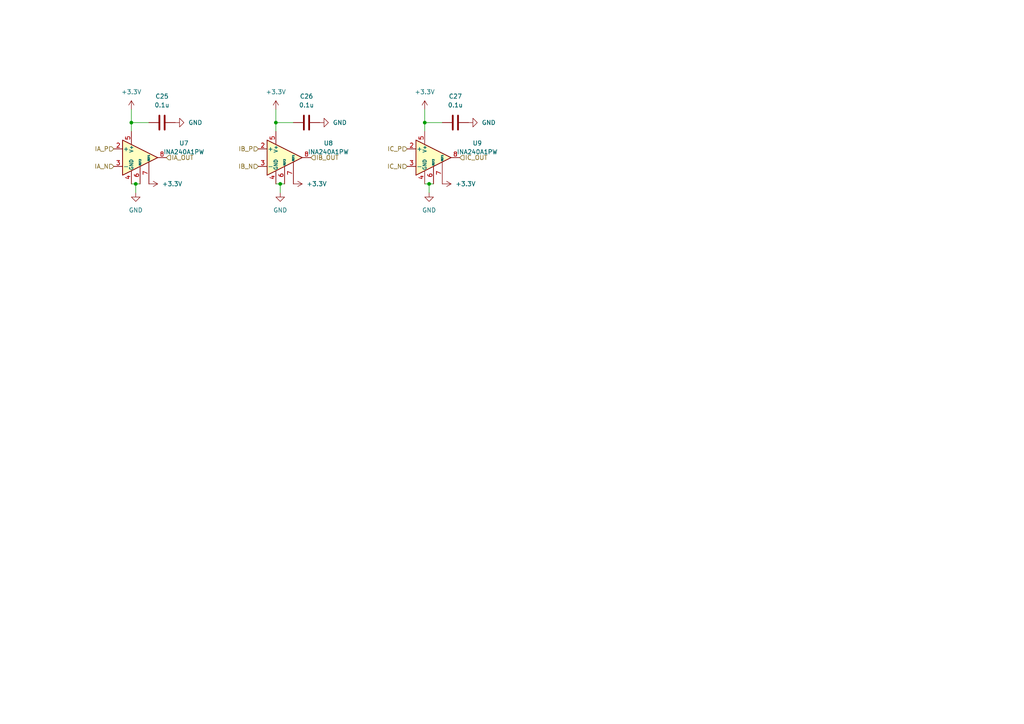
<source format=kicad_sch>
(kicad_sch (version 20230121) (generator eeschema)
  (paper "A4")
  (lib_symbols
    (symbol "Amplifier_Current:INA240A1PW" (pin_names (offset 0.127))
      (property "Reference" "U" (at 3.81 3.81 0))
      (property "Value" "INA240A1PW" (at 3.81 -2.54 0))
      (symbol "INA240A1PW_0_1"
        (polyline (pts (xy 5.08 0) (xy -5.08 5.08) (xy -5.08 -5.08) (xy 5.08 0)) (stroke (width 0.254)) (fill (type background)))
      )
      (symbol "INA240A1PW_1_1"
        (pin passive line (at -2.54 -7.62 90) (length 3.81) hide (name "GND") (number "1"))
        (pin input line (at -7.62 2.54 0) (length 2.54) (name "+") (number "2"))
        (pin input line (at -7.62 -2.54 0) (length 2.54) (name "-") (number "3"))
        (pin power_in line (at -2.54 -7.62 90) (length 3.81) (name "GND") (number "4"))
        (pin power_in line (at -2.54 7.62 270) (length 3.81) (name "V+") (number "5"))
        (pin passive line (at 0 -7.62 90) (length 5.08) (name "REF2") (number "6"))
        (pin passive line (at 2.54 -7.62 90) (length 6.35) (name "REF1") (number "7"))
        (pin output line (at 7.62 0 180) (length 2.54) (name "~") (number "8"))
      )
    )
    (symbol "Device:C" (pin_numbers hide) (pin_names (offset 0.254))
      (property "Reference" "C" (at 0.635 2.54 0))
      (property "Value" "C" (at 0.635 -2.54 0))
      (symbol "C_0_1"
        (polyline (pts (xy -2.032 -0.762) (xy 2.032 -0.762)) (stroke (width 0.508)))
        (polyline (pts (xy -2.032 0.762) (xy 2.032 0.762)) (stroke (width 0.508)))
      )
      (symbol "C_1_1"
        (pin passive line (at 0 3.81 270) (length 2.794) (name "~") (number "1"))
        (pin passive line (at 0 -3.81 90) (length 2.794) (name "~") (number "2"))
      )
    )
    (symbol "power:+3.3V" (power) (pin_names (offset 0))
      (property "Value" "+3.3V" (at 0 3.556 0))
      (symbol "+3.3V_0_1"
        (polyline (pts (xy -0.762 1.27) (xy 0 2.54)))
        (polyline (pts (xy 0 0) (xy 0 2.54)))
        (polyline (pts (xy 0 2.54) (xy 0.762 1.27)))
      )
      (symbol "+3.3V_1_1"
        (pin power_in line (at 0 0 90) (length 0) hide (name "+3.3V") (number "1"))
      )
    )
    (symbol "power:GND" (power) (pin_names (offset 0))
      (property "Value" "GND" (at 0 -3.81 0))
      (symbol "GND_0_1"
        (polyline (pts (xy 0 0) (xy 0 -1.27) (xy 1.27 -1.27) (xy 0 -2.54) (xy -1.27 -1.27) (xy 0 -1.27)))
      )
      (symbol "GND_1_1"
        (pin power_in line (at 0 0 270) (length 0) hide (name "GND") (number "1"))
      )
    )
  )
  (junction (at 80.01 35.56))
  (junction (at 39.37 53.34))
  (junction (at 123.19 35.56))
  (junction (at 124.46 53.34))
  (junction (at 81.28 53.34))
  (junction (at 38.1 35.56))
  (wire (pts (xy 123.19 35.56) (xy 123.19 38.1)))
  (wire (pts (xy 39.37 53.34) (xy 40.64 53.34)))
  (wire (pts (xy 39.37 53.34) (xy 39.37 55.88)))
  (wire (pts (xy 38.1 35.56) (xy 43.18 35.56)))
  (wire (pts (xy 80.01 53.34) (xy 81.28 53.34)))
  (wire (pts (xy 38.1 31.75) (xy 38.1 35.56)))
  (wire (pts (xy 80.01 31.75) (xy 80.01 35.56)))
  (wire (pts (xy 80.01 35.56) (xy 80.01 38.1)))
  (wire (pts (xy 124.46 53.34) (xy 125.73 53.34)))
  (wire (pts (xy 38.1 53.34) (xy 39.37 53.34)))
  (wire (pts (xy 123.19 35.56) (xy 128.27 35.56)))
  (wire (pts (xy 80.01 35.56) (xy 85.09 35.56)))
  (wire (pts (xy 81.28 53.34) (xy 81.28 55.88)))
  (wire (pts (xy 123.19 53.34) (xy 124.46 53.34)))
  (wire (pts (xy 123.19 31.75) (xy 123.19 35.56)))
  (wire (pts (xy 124.46 53.34) (xy 124.46 55.88)))
  (wire (pts (xy 81.28 53.34) (xy 82.55 53.34)))
  (wire (pts (xy 38.1 35.56) (xy 38.1 38.1)))
  (hierarchical_label "IC_OUT" (shape input) (at 133.35 45.72 0))
  (hierarchical_label "IB_OUT" (shape input) (at 90.17 45.72 0))
  (hierarchical_label "IA_P" (shape input) (at 33.02 43.18 180))
  (hierarchical_label "IC_P" (shape input) (at 118.11 43.18 180))
  (hierarchical_label "IA_N" (shape input) (at 33.02 48.26 180))
  (hierarchical_label "IB_P" (shape input) (at 74.93 43.18 180))
  (hierarchical_label "IA_OUT" (shape input) (at 48.26 45.72 0))
  (hierarchical_label "IB_N" (shape input) (at 74.93 48.26 180))
  (hierarchical_label "IC_N" (shape input) (at 118.11 48.26 180))
  (symbol (lib_id "Device:C") (at 88.9 35.56 90) (unit 1)
    (property "Reference" "C26" (at 88.9 27.94 90))
    (property "Value" "0.1u" (at 88.9 30.48 90))
    (property "Footprint" "Capacitor_SMD:C_0603_1608Metric" (effects hide))
  )
  (symbol (lib_id "power:GND") (at 135.89 35.56 90) (unit 1)
    (property "Reference" "#PWR038" (effects hide))
    (property "Value" "GND" (at 139.7 35.56 90) (effects (justify right)))
  )
  (symbol (lib_id "Amplifier_Current:INA240A1PW") (at 40.64 45.72 0) (unit 1)
    (property "Reference" "U7" (at 53.34 41.5291 0))
    (property "Value" "INA240A1PW" (at 53.34 44.0691 0))
    (property "Footprint" "Package_SO:TSSOP-8_4.4x3mm_P0.65mm" (effects hide))
    (property "Datasheet" "http://www.ti.com/lit/ds/symlink/ina240.pdf" (effects hide))
  )
  (symbol (lib_id "power:+3.3V") (at 85.09 53.34 270) (unit 1)
    (property "Reference" "#PWR035" (effects hide))
    (property "Value" "+3.3V" (at 88.9 53.34 90) (effects (justify left)))
  )
  (symbol (lib_id "Device:C") (at 132.08 35.56 90) (unit 1)
    (property "Reference" "C27" (at 132.08 27.94 90))
    (property "Value" "0.1u" (at 132.08 30.48 90))
    (property "Footprint" "Capacitor_SMD:C_0603_1608Metric" (effects hide))
  )
  (symbol (lib_id "power:GND") (at 92.71 35.56 90) (unit 1)
    (property "Reference" "#PWR034" (effects hide))
    (property "Value" "GND" (at 96.52 35.56 90) (effects (justify right)))
  )
  (symbol (lib_id "Amplifier_Current:INA240A1PW") (at 125.73 45.72 0) (unit 1)
    (property "Reference" "U9" (at 138.43 41.5291 0))
    (property "Value" "INA240A1PW" (at 138.43 44.0691 0))
    (property "Footprint" "Package_SO:TSSOP-8_4.4x3mm_P0.65mm" (effects hide))
    (property "Datasheet" "http://www.ti.com/lit/ds/symlink/ina240.pdf" (effects hide))
  )
  (symbol (lib_id "Device:C") (at 46.99 35.56 90) (unit 1)
    (property "Reference" "C25" (at 46.99 27.94 90))
    (property "Value" "0.1u" (at 46.99 30.48 90))
    (property "Footprint" "Capacitor_SMD:C_0603_1608Metric" (effects hide))
  )
  (symbol (lib_id "power:GND") (at 39.37 55.88 0) (unit 1)
    (property "Reference" "#PWR032" (effects hide))
    (property "Value" "GND" (at 39.37 60.96 0))
  )
  (symbol (lib_id "power:+3.3V") (at 43.18 53.34 270) (unit 1)
    (property "Reference" "#PWR031" (effects hide))
    (property "Value" "+3.3V" (at 46.99 53.34 90) (effects (justify left)))
  )
  (symbol (lib_id "power:GND") (at 50.8 35.56 90) (unit 1)
    (property "Reference" "#PWR030" (effects hide))
    (property "Value" "GND" (at 54.61 35.56 90) (effects (justify right)))
  )
  (symbol (lib_id "power:+3.3V") (at 80.01 31.75 0) (unit 1)
    (property "Reference" "#PWR033" (effects hide))
    (property "Value" "+3.3V" (at 80.01 26.67 0))
  )
  (symbol (lib_id "Amplifier_Current:INA240A1PW") (at 82.55 45.72 0) (unit 1)
    (property "Reference" "U8" (at 95.25 41.5291 0))
    (property "Value" "INA240A1PW" (at 95.25 44.0691 0))
    (property "Footprint" "Package_SO:TSSOP-8_4.4x3mm_P0.65mm" (effects hide))
    (property "Datasheet" "http://www.ti.com/lit/ds/symlink/ina240.pdf" (effects hide))
  )
  (symbol (lib_id "power:+3.3V") (at 38.1 31.75 0) (unit 1)
    (property "Reference" "#PWR029" (effects hide))
    (property "Value" "+3.3V" (at 38.1 26.67 0))
  )
  (symbol (lib_id "power:+3.3V") (at 123.19 31.75 0) (unit 1)
    (property "Reference" "#PWR037" (effects hide))
    (property "Value" "+3.3V" (at 123.19 26.67 0))
  )
  (symbol (lib_id "power:+3.3V") (at 128.27 53.34 270) (unit 1)
    (property "Reference" "#PWR039" (effects hide))
    (property "Value" "+3.3V" (at 132.08 53.34 90) (effects (justify left)))
  )
  (symbol (lib_id "power:GND") (at 124.46 55.88 0) (unit 1)
    (property "Reference" "#PWR040" (effects hide))
    (property "Value" "GND" (at 124.46 60.96 0))
  )
  (symbol (lib_id "power:GND") (at 81.28 55.88 0) (unit 1)
    (property "Reference" "#PWR036" (effects hide))
    (property "Value" "GND" (at 81.28 60.96 0))
  )
)
</source>
